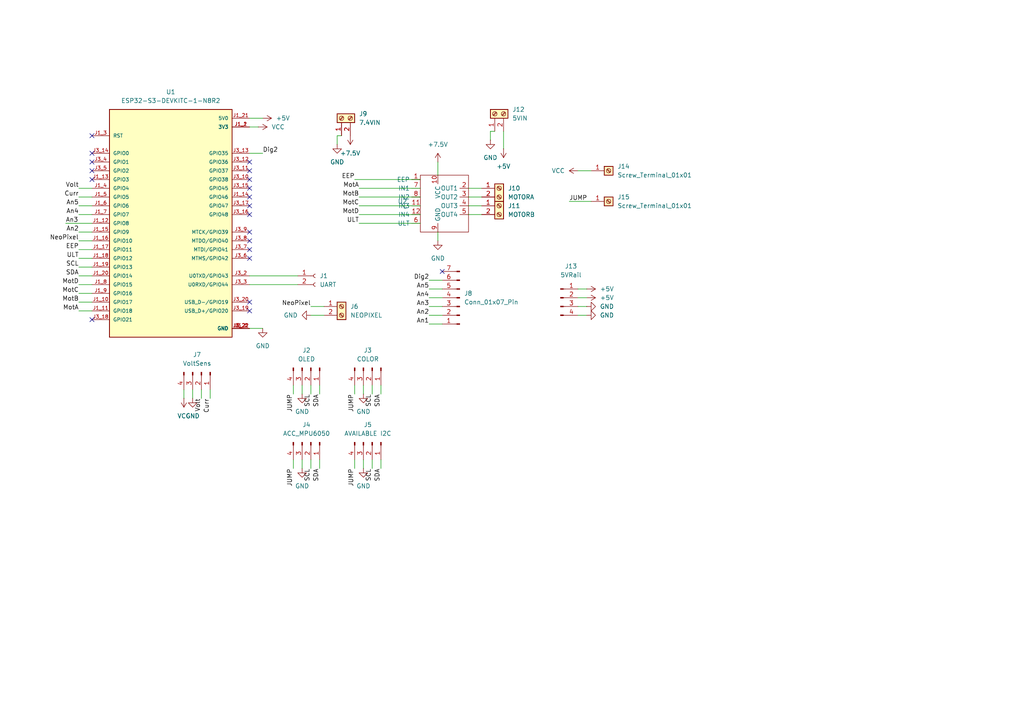
<source format=kicad_sch>
(kicad_sch (version 20231120) (generator "eeschema") (generator_version "8.0")
  (paper "A4")
  (lib_symbols
    (symbol "Connector:Conn_01x02_Socket" (pin_names (offset 1.016) hide)
      (property "Reference" "J" (at 0 2.54 0))
      (property "Value" "Conn_01x02_Socket" (at 0 -5.08 0))
      (symbol "Conn_01x02_Socket_1_1"
        (arc (start 0 -2.032) (mid -0.5058 -2.54) (end 0 -3.048) (stroke (width 0.1524)))
        (polyline (pts (xy -1.27 -2.54) (xy -0.508 -2.54)) (stroke (width 0.1524)))
        (polyline (pts (xy -1.27 0) (xy -0.508 0)) (stroke (width 0.1524)))
        (arc (start 0 0.508) (mid -0.5058 0) (end 0 -0.508) (stroke (width 0.1524)))
        (pin passive line (at -5.08 0 0) (length 3.81) (name "Pin_1") (number "1"))
        (pin passive line (at -5.08 -2.54 0) (length 3.81) (name "Pin_2") (number "2"))
      )
    )
    (symbol "Connector:Conn_01x04_Pin" (pin_names (offset 1.016) hide)
      (property "Reference" "J" (at 0 5.08 0))
      (property "Value" "Conn_01x04_Pin" (at 0 -7.62 0))
      (symbol "Conn_01x04_Pin_1_1"
        (polyline (pts (xy 1.27 -5.08) (xy 0.8636 -5.08)) (stroke (width 0.1524)))
        (polyline (pts (xy 1.27 -2.54) (xy 0.8636 -2.54)) (stroke (width 0.1524)))
        (polyline (pts (xy 1.27 0) (xy 0.8636 0)) (stroke (width 0.1524)))
        (polyline (pts (xy 1.27 2.54) (xy 0.8636 2.54)) (stroke (width 0.1524)))
        (rectangle (start 0.8636 -4.953) (end 0 -5.207) (stroke (width 0.1524)) (fill (type outline)))
        (rectangle (start 0.8636 -2.413) (end 0 -2.667) (stroke (width 0.1524)) (fill (type outline)))
        (rectangle (start 0.8636 0.127) (end 0 -0.127) (stroke (width 0.1524)) (fill (type outline)))
        (rectangle (start 0.8636 2.667) (end 0 2.413) (stroke (width 0.1524)) (fill (type outline)))
        (pin passive line (at 5.08 2.54 180) (length 3.81) (name "Pin_1") (number "1"))
        (pin passive line (at 5.08 0 180) (length 3.81) (name "Pin_2") (number "2"))
        (pin passive line (at 5.08 -2.54 180) (length 3.81) (name "Pin_3") (number "3"))
        (pin passive line (at 5.08 -5.08 180) (length 3.81) (name "Pin_4") (number "4"))
      )
    )
    (symbol "Connector:Conn_01x07_Pin" (pin_names (offset 1.016) hide)
      (property "Reference" "J" (at 0 10.16 0))
      (property "Value" "Conn_01x07_Pin" (at 0 -10.16 0))
      (symbol "Conn_01x07_Pin_1_1"
        (polyline (pts (xy 1.27 -7.62) (xy 0.8636 -7.62)) (stroke (width 0.1524)))
        (polyline (pts (xy 1.27 -5.08) (xy 0.8636 -5.08)) (stroke (width 0.1524)))
        (polyline (pts (xy 1.27 -2.54) (xy 0.8636 -2.54)) (stroke (width 0.1524)))
        (polyline (pts (xy 1.27 0) (xy 0.8636 0)) (stroke (width 0.1524)))
        (polyline (pts (xy 1.27 2.54) (xy 0.8636 2.54)) (stroke (width 0.1524)))
        (polyline (pts (xy 1.27 5.08) (xy 0.8636 5.08)) (stroke (width 0.1524)))
        (polyline (pts (xy 1.27 7.62) (xy 0.8636 7.62)) (stroke (width 0.1524)))
        (rectangle (start 0.8636 -7.493) (end 0 -7.747) (stroke (width 0.1524)) (fill (type outline)))
        (rectangle (start 0.8636 -4.953) (end 0 -5.207) (stroke (width 0.1524)) (fill (type outline)))
        (rectangle (start 0.8636 -2.413) (end 0 -2.667) (stroke (width 0.1524)) (fill (type outline)))
        (rectangle (start 0.8636 0.127) (end 0 -0.127) (stroke (width 0.1524)) (fill (type outline)))
        (rectangle (start 0.8636 2.667) (end 0 2.413) (stroke (width 0.1524)) (fill (type outline)))
        (rectangle (start 0.8636 5.207) (end 0 4.953) (stroke (width 0.1524)) (fill (type outline)))
        (rectangle (start 0.8636 7.747) (end 0 7.493) (stroke (width 0.1524)) (fill (type outline)))
        (pin passive line (at 5.08 7.62 180) (length 3.81) (name "Pin_1") (number "1"))
        (pin passive line (at 5.08 5.08 180) (length 3.81) (name "Pin_2") (number "2"))
        (pin passive line (at 5.08 2.54 180) (length 3.81) (name "Pin_3") (number "3"))
        (pin passive line (at 5.08 0 180) (length 3.81) (name "Pin_4") (number "4"))
        (pin passive line (at 5.08 -2.54 180) (length 3.81) (name "Pin_5") (number "5"))
        (pin passive line (at 5.08 -5.08 180) (length 3.81) (name "Pin_6") (number "6"))
        (pin passive line (at 5.08 -7.62 180) (length 3.81) (name "Pin_7") (number "7"))
      )
    )
    (symbol "Connector:Screw_Terminal_01x01" (pin_names (offset 1.016) hide)
      (property "Reference" "J" (at 0 2.54 0))
      (property "Value" "Screw_Terminal_01x01" (at 0 -2.54 0))
      (symbol "Screw_Terminal_01x01_1_1"
        (rectangle (start -1.27 1.27) (end 1.27 -1.27) (stroke (width 0.254)) (fill (type background)))
        (polyline (pts (xy -0.5334 0.3302) (xy 0.3302 -0.508)) (stroke (width 0.1524)))
        (polyline (pts (xy -0.3556 0.508) (xy 0.508 -0.3302)) (stroke (width 0.1524)))
        (circle (center 0 0) (radius 0.635) (stroke (width 0.1524)))
        (pin passive line (at -5.08 0 0) (length 3.81) (name "Pin_1") (number "1"))
      )
    )
    (symbol "Connector:Screw_Terminal_01x02" (pin_names (offset 1.016) hide)
      (property "Reference" "J" (at 0 2.54 0))
      (property "Value" "Screw_Terminal_01x02" (at 0 -5.08 0))
      (symbol "Screw_Terminal_01x02_1_1"
        (rectangle (start -1.27 1.27) (end 1.27 -3.81) (stroke (width 0.254)) (fill (type background)))
        (circle (center 0 -2.54) (radius 0.635) (stroke (width 0.1524)))
        (polyline (pts (xy -0.5334 -2.2098) (xy 0.3302 -3.048)) (stroke (width 0.1524)))
        (polyline (pts (xy -0.5334 0.3302) (xy 0.3302 -0.508)) (stroke (width 0.1524)))
        (polyline (pts (xy -0.3556 -2.032) (xy 0.508 -2.8702)) (stroke (width 0.1524)))
        (polyline (pts (xy -0.3556 0.508) (xy 0.508 -0.3302)) (stroke (width 0.1524)))
        (circle (center 0 0) (radius 0.635) (stroke (width 0.1524)))
        (pin passive line (at -5.08 0 0) (length 3.81) (name "Pin_1") (number "1"))
        (pin passive line (at -5.08 -2.54 0) (length 3.81) (name "Pin_2") (number "2"))
      )
    )
    (symbol "DRV:DRV8833"
      (property "Reference" "U" (at 1.016 9.906 0))
      (symbol "DRV8833_0_1"
        (rectangle (start -5.08 8.89) (end 8.89 -7.62))
      )
      (symbol "DRV8833_1_1"
        (pin input line (at -5.08 7.62 180) (length 2.54) (name "EEP") (number "1"))
        (pin input line (at 0 8.89 270) (length 2.54) (name "VCC") (number "10"))
        (pin input line (at -5.08 0 180) (length 2.54) (name "IN3") (number "11"))
        (pin input line (at -5.08 -2.54 180) (length 2.54) (name "IN4") (number "12"))
        (pin output line (at 8.89 5.08 180) (length 2.54) (name "OUT1") (number "2"))
        (pin output line (at 8.89 2.54 180) (length 2.54) (name "OUT2") (number "3"))
        (pin output line (at 8.89 0 180) (length 2.54) (name "OUT3") (number "4"))
        (pin output line (at 8.89 -2.54 180) (length 2.54) (name "OUT4") (number "5"))
        (pin output line (at -5.08 -5.08 180) (length 2.54) (name "ULT") (number "6"))
        (pin input line (at -5.08 5.08 180) (length 2.54) (name "IN1") (number "7"))
        (pin input line (at -5.08 2.54 180) (length 2.54) (name "IN2") (number "8"))
        (pin input line (at 0 -7.62 90) (length 2.54) (name "GND") (number "9"))
      )
    )
    (symbol "ESP32-S3-DEVKITC-1-N8R2:ESP32-S3-DEVKITC-1-N8R2" (pin_names (offset 1.016))
      (property "Reference" "U" (at -17.78 35.56 0))
      (property "Value" "ESP32-S3-DEVKITC-1-N8R2" (at -17.78 -35.56 0))
      (symbol "ESP32-S3-DEVKITC-1-N8R2_0_0"
        (rectangle (start -17.78 -33.02) (end 17.78 33.02) (stroke (width 0.254)) (fill (type background)))
        (pin power_in line (at 22.86 27.94 180) (length 5.08) (name "3V3") (number "J1_1"))
        (pin bidirectional line (at -22.86 -22.86 0) (length 5.08) (name "GPIO17") (number "J1_10"))
        (pin bidirectional line (at -22.86 -25.4 0) (length 5.08) (name "GPIO18") (number "J1_11"))
        (pin bidirectional line (at -22.86 0 0) (length 5.08) (name "GPIO8") (number "J1_12"))
        (pin bidirectional line (at -22.86 12.7 0) (length 5.08) (name "GPIO3") (number "J1_13"))
        (pin bidirectional line (at 22.86 7.62 180) (length 5.08) (name "GPIO46") (number "J1_14"))
        (pin bidirectional line (at -22.86 -2.54 0) (length 5.08) (name "GPIO9") (number "J1_15"))
        (pin bidirectional line (at -22.86 -5.08 0) (length 5.08) (name "GPIO10") (number "J1_16"))
        (pin bidirectional line (at -22.86 -7.62 0) (length 5.08) (name "GPIO11") (number "J1_17"))
        (pin bidirectional line (at -22.86 -10.16 0) (length 5.08) (name "GPIO12") (number "J1_18"))
        (pin bidirectional line (at -22.86 -12.7 0) (length 5.08) (name "GPIO13") (number "J1_19"))
        (pin power_in line (at 22.86 27.94 180) (length 5.08) (name "3V3") (number "J1_2"))
        (pin bidirectional line (at -22.86 -15.24 0) (length 5.08) (name "GPIO14") (number "J1_20"))
        (pin power_in line (at 22.86 30.48 180) (length 5.08) (name "5V0") (number "J1_21"))
        (pin power_in line (at 22.86 -30.48 180) (length 5.08) (name "GND") (number "J1_22"))
        (pin input line (at -22.86 25.4 0) (length 5.08) (name "RST") (number "J1_3"))
        (pin bidirectional line (at -22.86 10.16 0) (length 5.08) (name "GPIO4") (number "J1_4"))
        (pin bidirectional line (at -22.86 7.62 0) (length 5.08) (name "GPIO5") (number "J1_5"))
        (pin bidirectional line (at -22.86 5.08 0) (length 5.08) (name "GPIO6") (number "J1_6"))
        (pin bidirectional line (at -22.86 2.54 0) (length 5.08) (name "GPIO7") (number "J1_7"))
        (pin bidirectional line (at -22.86 -17.78 0) (length 5.08) (name "GPIO15") (number "J1_8"))
        (pin bidirectional line (at -22.86 -20.32 0) (length 5.08) (name "GPIO16") (number "J1_9"))
        (pin power_in line (at 22.86 -30.48 180) (length 5.08) (name "GND") (number "J3_1"))
        (pin bidirectional line (at 22.86 12.7 180) (length 5.08) (name "GPIO38") (number "J3_10"))
        (pin bidirectional line (at 22.86 15.24 180) (length 5.08) (name "GPIO37") (number "J3_11"))
        (pin bidirectional line (at 22.86 17.78 180) (length 5.08) (name "GPIO36") (number "J3_12"))
        (pin bidirectional line (at 22.86 20.32 180) (length 5.08) (name "GPIO35") (number "J3_13"))
        (pin bidirectional line (at -22.86 20.32 0) (length 5.08) (name "GPIO0") (number "J3_14"))
        (pin bidirectional line (at 22.86 10.16 180) (length 5.08) (name "GPIO45") (number "J3_15"))
        (pin bidirectional line (at 22.86 2.54 180) (length 5.08) (name "GPIO48") (number "J3_16"))
        (pin bidirectional line (at 22.86 5.08 180) (length 5.08) (name "GPIO47") (number "J3_17"))
        (pin bidirectional line (at -22.86 -27.94 0) (length 5.08) (name "GPIO21") (number "J3_18"))
        (pin bidirectional line (at 22.86 -25.4 180) (length 5.08) (name "USB_D+/GPIO20") (number "J3_19"))
        (pin bidirectional line (at 22.86 -15.24 180) (length 5.08) (name "U0TXD/GPIO43") (number "J3_2"))
        (pin bidirectional line (at 22.86 -22.86 180) (length 5.08) (name "USB_D-/GPIO19") (number "J3_20"))
        (pin power_in line (at 22.86 -30.48 180) (length 5.08) (name "GND") (number "J3_21"))
        (pin power_in line (at 22.86 -30.48 180) (length 5.08) (name "GND") (number "J3_22"))
        (pin bidirectional line (at 22.86 -17.78 180) (length 5.08) (name "U0RXD/GPIO44") (number "J3_3"))
        (pin bidirectional line (at -22.86 17.78 0) (length 5.08) (name "GPIO1") (number "J3_4"))
        (pin bidirectional line (at -22.86 15.24 0) (length 5.08) (name "GPIO2") (number "J3_5"))
        (pin bidirectional line (at 22.86 -10.16 180) (length 5.08) (name "MTMS/GPIO42") (number "J3_6"))
        (pin bidirectional line (at 22.86 -7.62 180) (length 5.08) (name "MTDI/GPIO41") (number "J3_7"))
        (pin bidirectional line (at 22.86 -5.08 180) (length 5.08) (name "MTDO/GPIO40") (number "J3_8"))
        (pin bidirectional line (at 22.86 -2.54 180) (length 5.08) (name "MTCK/GPIO39") (number "J3_9"))
      )
    )
    (symbol "power:+5V" (power) (pin_numbers hide) (pin_names (offset 0) hide)
      (property "Value" "+5V" (at 0 3.556 0))
      (symbol "+5V_0_1"
        (polyline (pts (xy -0.762 1.27) (xy 0 2.54)))
        (polyline (pts (xy 0 0) (xy 0 2.54)))
        (polyline (pts (xy 0 2.54) (xy 0.762 1.27)))
      )
      (symbol "+5V_1_1"
        (pin power_in line (at 0 0 90) (length 0) (name "~") (number "1"))
      )
    )
    (symbol "power:+7.5V" (power) (pin_numbers hide) (pin_names (offset 0) hide)
      (property "Value" "+7.5V" (at 0 3.556 0))
      (symbol "+7.5V_0_1"
        (polyline (pts (xy -0.762 1.27) (xy 0 2.54)))
        (polyline (pts (xy 0 0) (xy 0 2.54)))
        (polyline (pts (xy 0 2.54) (xy 0.762 1.27)))
      )
      (symbol "+7.5V_1_1"
        (pin power_in line (at 0 0 90) (length 0) (name "~") (number "1"))
      )
    )
    (symbol "power:GND" (power) (pin_numbers hide) (pin_names (offset 0) hide)
      (property "Value" "GND" (at 0 -3.81 0))
      (symbol "GND_0_1"
        (polyline (pts (xy 0 0) (xy 0 -1.27) (xy 1.27 -1.27) (xy 0 -2.54) (xy -1.27 -1.27) (xy 0 -1.27)))
      )
      (symbol "GND_1_1"
        (pin power_in line (at 0 0 270) (length 0) (name "~") (number "1"))
      )
    )
    (symbol "power:VCC" (power) (pin_numbers hide) (pin_names (offset 0) hide)
      (property "Value" "VCC" (at 0 3.556 0))
      (symbol "VCC_0_1"
        (polyline (pts (xy -0.762 1.27) (xy 0 2.54)))
        (polyline (pts (xy 0 0) (xy 0 2.54)))
        (polyline (pts (xy 0 2.54) (xy 0.762 1.27)))
      )
      (symbol "VCC_1_1"
        (pin power_in line (at 0 0 90) (length 0) (name "~") (number "1"))
      )
    )
  )
  (no_connect (at 72.39 57.15))
  (no_connect (at 72.39 72.39))
  (no_connect (at 72.39 59.69))
  (no_connect (at 26.67 44.45))
  (no_connect (at 72.39 62.23))
  (no_connect (at 26.67 49.53))
  (no_connect (at 26.67 46.99))
  (no_connect (at 72.39 67.31))
  (no_connect (at 26.67 92.71))
  (no_connect (at 72.39 46.99))
  (no_connect (at 72.39 49.53))
  (no_connect (at 72.39 69.85))
  (no_connect (at 72.39 87.63))
  (no_connect (at 72.39 90.17))
  (no_connect (at 72.39 54.61))
  (no_connect (at 128.27 78.74))
  (no_connect (at 72.39 52.07))
  (no_connect (at 26.67 52.07))
  (no_connect (at 72.39 74.93))
  (no_connect (at 26.67 39.37))
  (wire (pts (xy 127 46.99) (xy 127 50.8)))
  (wire (pts (xy 85.09 133.35) (xy 85.09 135.89)))
  (wire (pts (xy 167.64 49.53) (xy 171.45 49.53)))
  (wire (pts (xy 135.89 62.23) (xy 139.7 62.23)))
  (wire (pts (xy 102.87 133.35) (xy 102.87 135.89)))
  (wire (pts (xy 22.86 87.63) (xy 26.67 87.63)))
  (wire (pts (xy 19.05 64.77) (xy 26.67 64.77)))
  (wire (pts (xy 104.14 64.77) (xy 121.92 64.77)))
  (wire (pts (xy 72.39 36.83) (xy 74.93 36.83)))
  (wire (pts (xy 124.46 86.36) (xy 128.27 86.36)))
  (wire (pts (xy 146.05 38.1) (xy 146.05 43.18)))
  (wire (pts (xy 60.96 113.03) (xy 60.96 115.57)))
  (wire (pts (xy 142.24 38.1) (xy 143.51 38.1)))
  (wire (pts (xy 90.17 91.44) (xy 93.98 91.44)))
  (wire (pts (xy 124.46 81.28) (xy 128.27 81.28)))
  (wire (pts (xy 90.17 88.9) (xy 93.98 88.9)))
  (wire (pts (xy 92.71 111.76) (xy 92.71 114.3)))
  (wire (pts (xy 142.24 40.64) (xy 142.24 38.1)))
  (wire (pts (xy 22.86 77.47) (xy 26.67 77.47)))
  (wire (pts (xy 97.79 41.91) (xy 97.79 39.37)))
  (wire (pts (xy 167.64 83.82) (xy 170.18 83.82)))
  (wire (pts (xy 22.86 85.09) (xy 26.67 85.09)))
  (wire (pts (xy 105.41 133.35) (xy 105.41 135.89)))
  (wire (pts (xy 22.86 67.31) (xy 26.67 67.31)))
  (wire (pts (xy 87.63 133.35) (xy 87.63 135.89)))
  (wire (pts (xy 104.14 54.61) (xy 121.92 54.61)))
  (wire (pts (xy 58.42 113.03) (xy 58.42 115.57)))
  (wire (pts (xy 22.86 62.23) (xy 26.67 62.23)))
  (wire (pts (xy 124.46 83.82) (xy 128.27 83.82)))
  (wire (pts (xy 105.41 111.76) (xy 105.41 114.3)))
  (wire (pts (xy 22.86 69.85) (xy 26.67 69.85)))
  (wire (pts (xy 22.86 59.69) (xy 26.67 59.69)))
  (wire (pts (xy 22.86 74.93) (xy 26.67 74.93)))
  (wire (pts (xy 135.89 59.69) (xy 139.7 59.69)))
  (wire (pts (xy 72.39 82.55) (xy 86.36 82.55)))
  (wire (pts (xy 22.86 90.17) (xy 26.67 90.17)))
  (wire (pts (xy 85.09 111.76) (xy 85.09 114.3)))
  (wire (pts (xy 107.95 133.35) (xy 107.95 135.89)))
  (wire (pts (xy 92.71 133.35) (xy 92.71 135.89)))
  (wire (pts (xy 72.39 95.25) (xy 76.2 95.25)))
  (wire (pts (xy 97.79 39.37) (xy 99.06 39.37)))
  (wire (pts (xy 53.34 113.03) (xy 53.34 115.57)))
  (wire (pts (xy 167.64 91.44) (xy 170.18 91.44)))
  (wire (pts (xy 55.88 113.03) (xy 55.88 115.57)))
  (wire (pts (xy 124.46 91.44) (xy 128.27 91.44)))
  (wire (pts (xy 104.14 62.23) (xy 121.92 62.23)))
  (wire (pts (xy 124.46 93.98) (xy 128.27 93.98)))
  (wire (pts (xy 90.17 133.35) (xy 90.17 135.89)))
  (wire (pts (xy 22.86 80.01) (xy 26.67 80.01)))
  (wire (pts (xy 165.1 58.42) (xy 171.45 58.42)))
  (wire (pts (xy 135.89 57.15) (xy 139.7 57.15)))
  (wire (pts (xy 104.14 59.69) (xy 121.92 59.69)))
  (wire (pts (xy 90.17 111.76) (xy 90.17 114.3)))
  (wire (pts (xy 104.14 57.15) (xy 121.92 57.15)))
  (wire (pts (xy 110.49 111.76) (xy 110.49 114.3)))
  (wire (pts (xy 22.86 82.55) (xy 26.67 82.55)))
  (wire (pts (xy 22.86 57.15) (xy 26.67 57.15)))
  (wire (pts (xy 110.49 133.35) (xy 110.49 135.89)))
  (wire (pts (xy 72.39 34.29) (xy 76.2 34.29)))
  (wire (pts (xy 167.64 86.36) (xy 170.18 86.36)))
  (wire (pts (xy 124.46 88.9) (xy 128.27 88.9)))
  (wire (pts (xy 127 67.31) (xy 127 69.85)))
  (wire (pts (xy 22.86 72.39) (xy 26.67 72.39)))
  (wire (pts (xy 107.95 111.76) (xy 107.95 114.3)))
  (wire (pts (xy 102.87 52.07) (xy 121.92 52.07)))
  (wire (pts (xy 135.89 54.61) (xy 139.7 54.61)))
  (wire (pts (xy 22.86 54.61) (xy 26.67 54.61)))
  (wire (pts (xy 102.87 111.76) (xy 102.87 114.3)))
  (wire (pts (xy 76.2 44.45) (xy 72.39 44.45)))
  (wire (pts (xy 87.63 111.76) (xy 87.63 114.3)))
  (wire (pts (xy 167.64 88.9) (xy 170.18 88.9)))
  (wire (pts (xy 72.39 80.01) (xy 86.36 80.01)))
  (label "SCL" (at 22.86 77.47 180))
  (label "MotC" (at 22.86 85.09 180))
  (label "An4" (at 124.46 86.36 180))
  (label "SCL" (at 107.95 135.89 270))
  (label "An1" (at 124.46 93.98 180))
  (label "SCL" (at 90.17 114.3 270))
  (label "Curr" (at 60.96 115.57 270))
  (label "Volt" (at 58.42 115.57 270))
  (label "An3" (at 19.05 64.77 0))
  (label "JUMP" (at 85.09 135.89 270))
  (label "SDA" (at 22.86 80.01 180))
  (label "NeoPixel" (at 90.17 88.9 180))
  (label "JUMP" (at 102.87 114.3 270))
  (label "An2" (at 22.86 67.31 180))
  (label "JUMP" (at 85.09 114.3 270))
  (label "MotA" (at 104.14 54.61 180))
  (label "MotD" (at 104.14 62.23 180))
  (label "NeoPixel" (at 22.86 69.85 180))
  (label "JUMP" (at 165.1 58.42 0))
  (label "MotB" (at 22.86 87.63 180))
  (label "ULT" (at 22.86 74.93 180))
  (label "MotB" (at 104.14 57.15 180))
  (label "EEP" (at 102.87 52.07 180))
  (label "An5" (at 22.86 59.69 180))
  (label "An3" (at 124.46 88.9 180))
  (label "Dig2" (at 124.46 81.28 180))
  (label "Volt" (at 22.86 54.61 180))
  (label "SDA" (at 110.49 114.3 270))
  (label "An5" (at 124.46 83.82 180))
  (label "SDA" (at 110.49 135.89 270))
  (label "ULT" (at 104.14 64.77 180))
  (label "Dig2" (at 76.2 44.45 0))
  (label "MotC" (at 104.14 59.69 180))
  (label "JUMP" (at 102.87 135.89 270))
  (label "Curr" (at 22.86 57.15 180))
  (label "An4" (at 22.86 62.23 180))
  (label "MotD" (at 22.86 82.55 180))
  (label "SDA" (at 92.71 114.3 270))
  (label "EEP" (at 22.86 72.39 180))
  (label "SCL" (at 90.17 135.89 270))
  (label "SDA" (at 92.71 135.89 270))
  (label "SCL" (at 107.95 114.3 270))
  (label "An2" (at 124.46 91.44 180))
  (label "MotA" (at 22.86 90.17 180))
  (symbol (lib_id "power:GND") (at 76.2 95.25 0) (unit 1)
    (property "Reference" "#PWR018" (effects (hide yes)))
    (property "Value" "GND" (at 76.2 100.33 0))
    (property "Description" "Power symbol creates a global label with name \"GND\" , ground" (effects (hide yes)))
  )
  (symbol (lib_id "ESP32-S3-DEVKITC-1-N8R2:ESP32-S3-DEVKITC-1-N8R2") (at 49.53 64.77 0) (unit 1)
    (property "Reference" "U1" (at 49.53 26.67 0))
    (property "Value" "ESP32-S3-DEVKITC-1-N8R2" (at 49.53 29.21 0))
    (property "Footprint" "ESP32-S3:ESP32-S3-DEVKITC-1-N8R2" (effects (hide yes)))
    (property "MF" "Espressif Systems" (effects (hide yes)))
    (property "Description_1" "\n                        \n                            WiFi Development Tools - 802.11 (Engineering Samples Only) ESP32-S3 General-Purpose Development Board, ESP32-S3-WROOM-1-N8R2, with Pin Header\n                        \n" (effects (hide yes)))
    (property "Package" "None" (effects (hide yes)))
    (property "Price" "None" (effects (hide yes)))
    (property "Check_prices" "https://www.snapeda.com/parts/ESP32-S3-DEVKITC-1-N8R2/Espressif+Systems/view-part/?ref=eda" (effects (hide yes)))
    (property "STANDARD" "Manufacturer Recommendations" (effects (hide yes)))
    (property "PARTREV" "V1" (effects (hide yes)))
    (property "SnapEDA_Link" "https://www.snapeda.com/parts/ESP32-S3-DEVKITC-1-N8R2/Espressif+Systems/view-part/?ref=snap" (effects (hide yes)))
    (property "MP" "ESP32-S3-DEVKITC-1-N8R2" (effects (hide yes)))
    (property "Availability" "In Stock" (effects (hide yes)))
    (property "MANUFACTURER" "Espressif" (effects (hide yes)))
  )
  (symbol (lib_id "Connector:Conn_01x04_Pin") (at 107.95 106.68 270) (unit 1)
    (property "Reference" "J3" (at 106.68 101.6 90))
    (property "Value" "COLOR" (at 106.68 104.14 90))
    (property "Footprint" "Connector_JST:JST_EH_B4B-EH-A_1x04_P2.50mm_Vertical" (effects (hide yes)))
    (property "Description" "Generic connector, single row, 01x04, script generated" (effects (hide yes)))
  )
  (symbol (lib_id "Connector:Screw_Terminal_01x02") (at 99.06 88.9 0) (unit 1)
    (property "Reference" "J6" (at 101.6 88.8999 0) (effects (justify left)))
    (property "Value" "NEOPIXEL" (at 101.6 91.4399 0) (effects (justify left)))
    (property "Footprint" "TerminalBlock_4Ucon:TerminalBlock_4Ucon_1x02_P3.50mm_Vertical" (effects (hide yes)))
    (property "Description" "Generic screw terminal, single row, 01x02, script generated (kicad-library-utils/schlib/autogen/connector/)" (effects (hide yes)))
  )
  (symbol (lib_id "power:GND") (at 170.18 91.44 90) (unit 1)
    (property "Reference" "#PWR024" (effects (hide yes)))
    (property "Value" "GND" (at 173.99 91.4399 90) (effects (justify right)))
    (property "Description" "Power symbol creates a global label with name \"GND\" , ground" (effects (hide yes)))
  )
  (symbol (lib_id "Connector:Screw_Terminal_01x01") (at 176.53 58.42 0) (unit 1)
    (property "Reference" "J15" (at 179.07 57.1499 0) (effects (justify left)))
    (property "Value" "Screw_Terminal_01x01" (at 179.07 59.6899 0) (effects (justify left)))
    (property "Footprint" "Connector_PinHeader_2.54mm:PinHeader_1x01_P2.54mm_Vertical" (effects (hide yes)))
    (property "Description" "Generic screw terminal, single row, 01x01, script generated (kicad-library-utils/schlib/autogen/connector/)" (effects (hide yes)))
  )
  (symbol (lib_id "Connector:Conn_01x04_Pin") (at 162.56 86.36 0) (unit 1)
    (property "Reference" "J13" (at 165.608 77.216 0))
    (property "Value" "5VRail" (at 165.608 79.756 0))
    (property "Footprint" "Connector_PinHeader_2.54mm:PinHeader_1x04_P2.54mm_Vertical" (effects (hide yes)))
    (property "Description" "Generic connector, single row, 01x04, script generated" (effects (hide yes)))
  )
  (symbol (lib_id "Connector:Screw_Terminal_01x02") (at 144.78 59.69 0) (unit 1)
    (property "Reference" "J11" (at 147.32 59.6899 0) (effects (justify left)))
    (property "Value" "MOTORB" (at 147.32 62.2299 0) (effects (justify left)))
    (property "Footprint" "TerminalBlock_4Ucon:TerminalBlock_4Ucon_1x02_P3.50mm_Vertical" (effects (hide yes)))
    (property "Description" "Generic screw terminal, single row, 01x02, script generated (kicad-library-utils/schlib/autogen/connector/)" (effects (hide yes)))
  )
  (symbol (lib_id "power:GND") (at 55.88 115.57 0) (unit 1)
    (property "Reference" "#PWR012" (effects (hide yes)))
    (property "Value" "GND" (at 55.88 120.65 0))
    (property "Description" "Power symbol creates a global label with name \"GND\" , ground" (effects (hide yes)))
  )
  (symbol (lib_id "Connector:Conn_01x02_Socket") (at 91.44 80.01 0) (unit 1)
    (property "Reference" "J1" (at 92.71 80.0099 0) (effects (justify left)))
    (property "Value" "UART" (at 92.71 82.5499 0) (effects (justify left)))
    (property "Footprint" "Connector_PinHeader_2.54mm:PinHeader_1x02_P2.54mm_Vertical" (effects (hide yes)))
    (property "Description" "Generic connector, single row, 01x02, script generated" (effects (hide yes)))
  )
  (symbol (lib_id "power:+7.5V") (at 127 46.99 0) (unit 1)
    (property "Reference" "#PWR016" (effects (hide yes)))
    (property "Value" "+7.5V" (at 127 41.91 0))
    (property "Description" "Power symbol creates a global label with name \"+7.5V\"" (effects (hide yes)))
  )
  (symbol (lib_id "power:GND") (at 142.24 40.64 0) (unit 1)
    (property "Reference" "#PWR017" (effects (hide yes)))
    (property "Value" "GND" (at 142.24 45.72 0))
    (property "Description" "Power symbol creates a global label with name \"GND\" , ground" (effects (hide yes)))
  )
  (symbol (lib_id "Connector:Screw_Terminal_01x01") (at 176.53 49.53 0) (unit 1)
    (property "Reference" "J14" (at 179.07 48.2599 0) (effects (justify left)))
    (property "Value" "Screw_Terminal_01x01" (at 179.07 50.7999 0) (effects (justify left)))
    (property "Footprint" "Connector_PinHeader_2.54mm:PinHeader_1x01_P2.54mm_Vertical" (effects (hide yes)))
    (property "Description" "Generic screw terminal, single row, 01x01, script generated (kicad-library-utils/schlib/autogen/connector/)" (effects (hide yes)))
  )
  (symbol (lib_id "Connector:Screw_Terminal_01x02") (at 99.06 34.29 90) (unit 1)
    (property "Reference" "J9" (at 104.14 33.0199 90) (effects (justify right)))
    (property "Value" "7.4VIN" (at 104.14 35.5599 90) (effects (justify right)))
    (property "Footprint" "TerminalBlock_4Ucon:TerminalBlock_4Ucon_1x02_P3.50mm_Vertical" (effects (hide yes)))
    (property "Description" "Generic screw terminal, single row, 01x02, script generated (kicad-library-utils/schlib/autogen/connector/)" (effects (hide yes)))
  )
  (symbol (lib_id "power:GND") (at 97.79 41.91 0) (unit 1)
    (property "Reference" "#PWR015" (effects (hide yes)))
    (property "Value" "GND" (at 97.79 46.99 0))
    (property "Description" "Power symbol creates a global label with name \"GND\" , ground" (effects (hide yes)))
  )
  (symbol (lib_id "power:GND") (at 170.18 88.9 90) (unit 1)
    (property "Reference" "#PWR023" (effects (hide yes)))
    (property "Value" "GND" (at 173.99 88.8999 90) (effects (justify right)))
    (property "Description" "Power symbol creates a global label with name \"GND\" , ground" (effects (hide yes)))
  )
  (symbol (lib_id "Connector:Conn_01x07_Pin") (at 133.35 86.36 180) (unit 1)
    (property "Reference" "J8" (at 134.62 85.0899 0) (effects (justify right)))
    (property "Value" "Conn_01x07_Pin" (at 134.62 87.6299 0) (effects (justify right)))
    (property "Footprint" "Connector_PinHeader_2.54mm:PinHeader_1x07_P2.54mm_Vertical" (effects (hide yes)))
    (property "Description" "Generic connector, single row, 01x07, script generated" (effects (hide yes)))
  )
  (symbol (lib_id "power:+5V") (at 170.18 83.82 270) (unit 1)
    (property "Reference" "#PWR020" (effects (hide yes)))
    (property "Value" "+5V" (at 173.99 83.8199 90) (effects (justify left)))
    (property "Description" "Power symbol creates a global label with name \"+5V\"" (effects (hide yes)))
  )
  (symbol (lib_id "power:GND") (at 105.41 135.89 0) (unit 1)
    (property "Reference" "#PWR09" (effects (hide yes)))
    (property "Value" "GND" (at 105.41 140.97 0))
    (property "Description" "Power symbol creates a global label with name \"GND\" , ground" (effects (hide yes)))
  )
  (symbol (lib_id "Connector:Conn_01x04_Pin") (at 58.42 107.95 270) (unit 1)
    (property "Reference" "J7" (at 57.15 102.87 90))
    (property "Value" "VoltSens" (at 57.15 105.41 90))
    (property "Footprint" "Connector_JST:JST_EH_B4B-EH-A_1x04_P2.50mm_Vertical" (effects (hide yes)))
    (property "Description" "Generic connector, single row, 01x04, script generated" (effects (hide yes)))
  )
  (symbol (lib_id "power:VCC") (at 74.93 36.83 270) (unit 1)
    (property "Reference" "#PWR02" (effects (hide yes)))
    (property "Value" "VCC" (at 78.74 36.8299 90) (effects (justify left)))
    (property "Description" "Power symbol creates a global label with name \"VCC\"" (effects (hide yes)))
  )
  (symbol (lib_id "Connector:Conn_01x04_Pin") (at 90.17 106.68 270) (unit 1)
    (property "Reference" "J2" (at 88.9 101.6 90))
    (property "Value" "OLED" (at 88.9 104.14 90))
    (property "Footprint" "Connector_JST:JST_EH_B4B-EH-A_1x04_P2.50mm_Vertical" (effects (hide yes)))
    (property "Description" "Generic connector, single row, 01x04, script generated" (effects (hide yes)))
  )
  (symbol (lib_id "power:GND") (at 87.63 114.3 0) (unit 1)
    (property "Reference" "#PWR03" (effects (hide yes)))
    (property "Value" "GND" (at 87.63 119.38 0))
    (property "Description" "Power symbol creates a global label with name \"GND\" , ground" (effects (hide yes)))
  )
  (symbol (lib_id "Connector:Conn_01x04_Pin") (at 107.95 128.27 270) (unit 1)
    (property "Reference" "J5" (at 106.68 123.19 90))
    (property "Value" "AVAILABLE I2C" (at 106.68 125.73 90))
    (property "Footprint" "Connector_JST:JST_EH_B4B-EH-A_1x04_P2.50mm_Vertical" (effects (hide yes)))
    (property "Description" "Generic connector, single row, 01x04, script generated" (effects (hide yes)))
  )
  (symbol (lib_id "power:+5V") (at 146.05 43.18 180) (unit 1)
    (property "Reference" "#PWR021" (effects (hide yes)))
    (property "Value" "+5V" (at 146.05 48.26 0))
    (property "Description" "Power symbol creates a global label with name \"+5V\"" (effects (hide yes)))
  )
  (symbol (lib_id "power:GND") (at 87.63 135.89 0) (unit 1)
    (property "Reference" "#PWR07" (effects (hide yes)))
    (property "Value" "GND" (at 87.63 140.97 0))
    (property "Description" "Power symbol creates a global label with name \"GND\" , ground" (effects (hide yes)))
  )
  (symbol (lib_id "power:GND") (at 90.17 91.44 270) (unit 1)
    (property "Reference" "#PWR010" (effects (hide yes)))
    (property "Value" "GND" (at 86.36 91.4399 90) (effects (justify right)))
    (property "Description" "Power symbol creates a global label with name \"GND\" , ground" (effects (hide yes)))
  )
  (symbol (lib_id "power:+7.5V") (at 101.6 39.37 180) (unit 1)
    (property "Reference" "#PWR014" (effects (hide yes)))
    (property "Value" "+7.5V" (at 101.6 44.45 0))
    (property "Description" "Power symbol creates a global label with name \"+7.5V\"" (effects (hide yes)))
  )
  (symbol (lib_id "power:+5V") (at 76.2 34.29 270) (unit 1)
    (property "Reference" "#PWR019" (effects (hide yes)))
    (property "Value" "+5V" (at 80.01 34.2899 90) (effects (justify left)))
    (property "Description" "Power symbol creates a global label with name \"+5V\"" (effects (hide yes)))
  )
  (symbol (lib_id "power:GND") (at 105.41 114.3 0) (unit 1)
    (property "Reference" "#PWR05" (effects (hide yes)))
    (property "Value" "GND" (at 105.41 119.38 0))
    (property "Description" "Power symbol creates a global label with name \"GND\" , ground" (effects (hide yes)))
  )
  (symbol (lib_id "power:VCC") (at 167.64 49.53 90) (unit 1)
    (property "Reference" "#PWR025" (effects (hide yes)))
    (property "Value" "VCC" (at 163.83 49.5299 90) (effects (justify left)))
    (property "Description" "Power symbol creates a global label with name \"VCC\"" (effects (hide yes)))
  )
  (symbol (lib_id "power:+5V") (at 170.18 86.36 270) (unit 1)
    (property "Reference" "#PWR022" (effects (hide yes)))
    (property "Value" "+5V" (at 173.99 86.3599 90) (effects (justify left)))
    (property "Description" "Power symbol creates a global label with name \"+5V\"" (effects (hide yes)))
  )
  (symbol (lib_id "power:VCC") (at 53.34 115.57 180) (unit 1)
    (property "Reference" "#PWR011" (effects (hide yes)))
    (property "Value" "VCC" (at 53.34 120.65 0))
    (property "Description" "Power symbol creates a global label with name \"VCC\"" (effects (hide yes)))
  )
  (symbol (lib_id "Connector:Conn_01x04_Pin") (at 90.17 128.27 270) (unit 1)
    (property "Reference" "J4" (at 88.9 123.19 90))
    (property "Value" "ACC_MPU6050" (at 88.9 125.73 90))
    (property "Footprint" "Connector_JST:JST_EH_B4B-EH-A_1x04_P2.50mm_Vertical" (effects (hide yes)))
    (property "Description" "Generic connector, single row, 01x04, script generated" (effects (hide yes)))
  )
  (symbol (lib_id "Connector:Screw_Terminal_01x02") (at 143.51 33.02 90) (unit 1)
    (property "Reference" "J12" (at 148.59 31.7499 90) (effects (justify right)))
    (property "Value" "5VIN" (at 148.59 34.2899 90) (effects (justify right)))
    (property "Footprint" "TerminalBlock_4Ucon:TerminalBlock_4Ucon_1x02_P3.50mm_Vertical" (effects (hide yes)))
    (property "Description" "Generic screw terminal, single row, 01x02, script generated (kicad-library-utils/schlib/autogen/connector/)" (effects (hide yes)))
  )
  (symbol (lib_id "DRV:DRV8833") (at 127 59.69 0) (unit 1)
    (property "Reference" "U2" (at 118.11 58.4199 0) (effects (justify right)))
    (property "Value" "~" (at 118.11 60.325 0) (effects (justify right)))
    (property "Footprint" "DRV:DRV8833" (effects (hide yes)))
  )
  (symbol (lib_id "Connector:Screw_Terminal_01x02") (at 144.78 54.61 0) (unit 1)
    (property "Reference" "J10" (at 147.32 54.6099 0) (effects (justify left)))
    (property "Value" "MOTORA" (at 147.32 57.1499 0) (effects (justify left)))
    (property "Footprint" "TerminalBlock_4Ucon:TerminalBlock_4Ucon_1x02_P3.50mm_Vertical" (effects (hide yes)))
    (property "Description" "Generic screw terminal, single row, 01x02, script generated (kicad-library-utils/schlib/autogen/connector/)" (effects (hide yes)))
  )
  (symbol (lib_id "power:GND") (at 127 69.85 0) (unit 1)
    (property "Reference" "#PWR013" (effects (hide yes)))
    (property "Value" "GND" (at 127 74.93 0))
    (property "Description" "Power symbol creates a global label with name \"GND\" , ground" (effects (hide yes)))
  )
)
</source>
